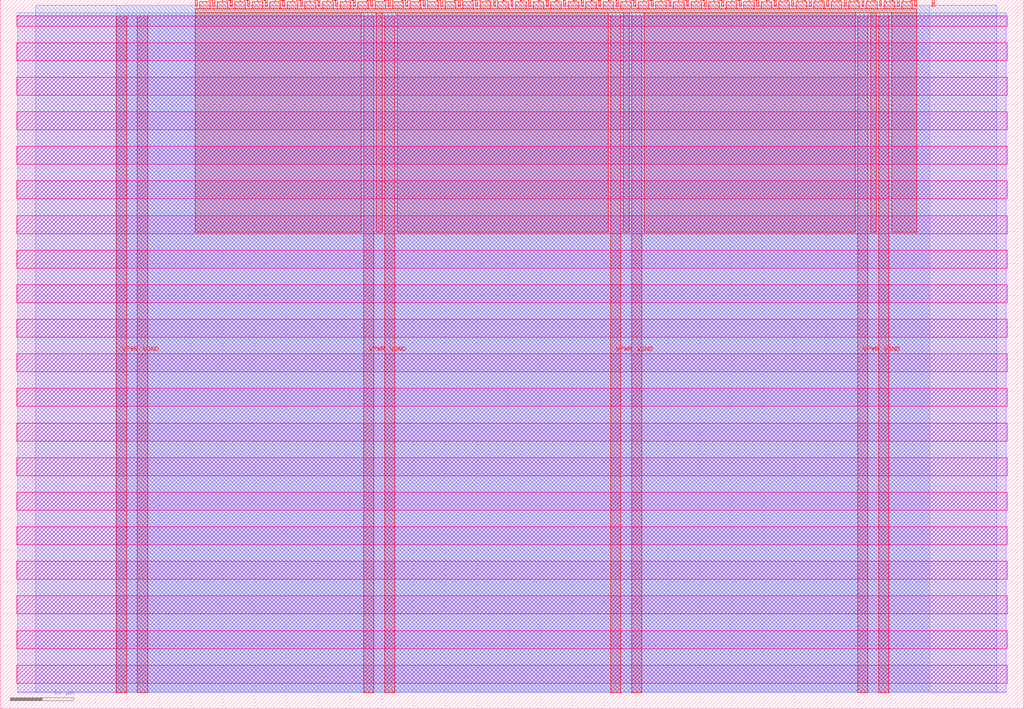
<source format=lef>
VERSION 5.7 ;
  NOWIREEXTENSIONATPIN ON ;
  DIVIDERCHAR "/" ;
  BUSBITCHARS "[]" ;
MACRO tt_um_samuelm_pwm_generator
  CLASS BLOCK ;
  FOREIGN tt_um_samuelm_pwm_generator ;
  ORIGIN 0.000 0.000 ;
  SIZE 161.000 BY 111.520 ;
  PIN VGND
    DIRECTION INOUT ;
    USE GROUND ;
    PORT
      LAYER met4 ;
        RECT 21.580 2.480 23.180 109.040 ;
    END
    PORT
      LAYER met4 ;
        RECT 60.450 2.480 62.050 109.040 ;
    END
    PORT
      LAYER met4 ;
        RECT 99.320 2.480 100.920 109.040 ;
    END
    PORT
      LAYER met4 ;
        RECT 138.190 2.480 139.790 109.040 ;
    END
  END VGND
  PIN VPWR
    DIRECTION INOUT ;
    USE POWER ;
    PORT
      LAYER met4 ;
        RECT 18.280 2.480 19.880 109.040 ;
    END
    PORT
      LAYER met4 ;
        RECT 57.150 2.480 58.750 109.040 ;
    END
    PORT
      LAYER met4 ;
        RECT 96.020 2.480 97.620 109.040 ;
    END
    PORT
      LAYER met4 ;
        RECT 134.890 2.480 136.490 109.040 ;
    END
  END VPWR
  PIN clk
    DIRECTION INPUT ;
    USE SIGNAL ;
    ANTENNAGATEAREA 0.852000 ;
    PORT
      LAYER met4 ;
        RECT 143.830 110.520 144.130 111.520 ;
    END
  END clk
  PIN ena
    DIRECTION INPUT ;
    USE SIGNAL ;
    PORT
      LAYER met4 ;
        RECT 146.590 110.520 146.890 111.520 ;
    END
  END ena
  PIN rst_n
    DIRECTION INPUT ;
    USE SIGNAL ;
    ANTENNAGATEAREA 0.196500 ;
    PORT
      LAYER met4 ;
        RECT 141.070 110.520 141.370 111.520 ;
    END
  END rst_n
  PIN ui_in[0]
    DIRECTION INPUT ;
    USE SIGNAL ;
    ANTENNAGATEAREA 0.196500 ;
    PORT
      LAYER met4 ;
        RECT 138.310 110.520 138.610 111.520 ;
    END
  END ui_in[0]
  PIN ui_in[1]
    DIRECTION INPUT ;
    USE SIGNAL ;
    ANTENNAGATEAREA 0.196500 ;
    PORT
      LAYER met4 ;
        RECT 135.550 110.520 135.850 111.520 ;
    END
  END ui_in[1]
  PIN ui_in[2]
    DIRECTION INPUT ;
    USE SIGNAL ;
    ANTENNAGATEAREA 0.196500 ;
    PORT
      LAYER met4 ;
        RECT 132.790 110.520 133.090 111.520 ;
    END
  END ui_in[2]
  PIN ui_in[3]
    DIRECTION INPUT ;
    USE SIGNAL ;
    ANTENNAGATEAREA 0.196500 ;
    PORT
      LAYER met4 ;
        RECT 130.030 110.520 130.330 111.520 ;
    END
  END ui_in[3]
  PIN ui_in[4]
    DIRECTION INPUT ;
    USE SIGNAL ;
    ANTENNAGATEAREA 0.196500 ;
    PORT
      LAYER met4 ;
        RECT 127.270 110.520 127.570 111.520 ;
    END
  END ui_in[4]
  PIN ui_in[5]
    DIRECTION INPUT ;
    USE SIGNAL ;
    ANTENNAGATEAREA 0.196500 ;
    PORT
      LAYER met4 ;
        RECT 124.510 110.520 124.810 111.520 ;
    END
  END ui_in[5]
  PIN ui_in[6]
    DIRECTION INPUT ;
    USE SIGNAL ;
    ANTENNAGATEAREA 0.196500 ;
    PORT
      LAYER met4 ;
        RECT 121.750 110.520 122.050 111.520 ;
    END
  END ui_in[6]
  PIN ui_in[7]
    DIRECTION INPUT ;
    USE SIGNAL ;
    ANTENNAGATEAREA 0.196500 ;
    PORT
      LAYER met4 ;
        RECT 118.990 110.520 119.290 111.520 ;
    END
  END ui_in[7]
  PIN uio_in[0]
    DIRECTION INPUT ;
    USE SIGNAL ;
    ANTENNAGATEAREA 0.196500 ;
    PORT
      LAYER met4 ;
        RECT 116.230 110.520 116.530 111.520 ;
    END
  END uio_in[0]
  PIN uio_in[1]
    DIRECTION INPUT ;
    USE SIGNAL ;
    ANTENNAGATEAREA 0.196500 ;
    PORT
      LAYER met4 ;
        RECT 113.470 110.520 113.770 111.520 ;
    END
  END uio_in[1]
  PIN uio_in[2]
    DIRECTION INPUT ;
    USE SIGNAL ;
    ANTENNAGATEAREA 0.196500 ;
    PORT
      LAYER met4 ;
        RECT 110.710 110.520 111.010 111.520 ;
    END
  END uio_in[2]
  PIN uio_in[3]
    DIRECTION INPUT ;
    USE SIGNAL ;
    ANTENNAGATEAREA 0.196500 ;
    PORT
      LAYER met4 ;
        RECT 107.950 110.520 108.250 111.520 ;
    END
  END uio_in[3]
  PIN uio_in[4]
    DIRECTION INPUT ;
    USE SIGNAL ;
    PORT
      LAYER met4 ;
        RECT 105.190 110.520 105.490 111.520 ;
    END
  END uio_in[4]
  PIN uio_in[5]
    DIRECTION INPUT ;
    USE SIGNAL ;
    ANTENNAGATEAREA 0.196500 ;
    PORT
      LAYER met4 ;
        RECT 102.430 110.520 102.730 111.520 ;
    END
  END uio_in[5]
  PIN uio_in[6]
    DIRECTION INPUT ;
    USE SIGNAL ;
    ANTENNAGATEAREA 0.196500 ;
    PORT
      LAYER met4 ;
        RECT 99.670 110.520 99.970 111.520 ;
    END
  END uio_in[6]
  PIN uio_in[7]
    DIRECTION INPUT ;
    USE SIGNAL ;
    ANTENNAGATEAREA 0.196500 ;
    PORT
      LAYER met4 ;
        RECT 96.910 110.520 97.210 111.520 ;
    END
  END uio_in[7]
  PIN uio_oe[0]
    DIRECTION OUTPUT ;
    USE SIGNAL ;
    ANTENNADIFFAREA 0.445500 ;
    PORT
      LAYER met4 ;
        RECT 49.990 110.520 50.290 111.520 ;
    END
  END uio_oe[0]
  PIN uio_oe[1]
    DIRECTION OUTPUT ;
    USE SIGNAL ;
    ANTENNADIFFAREA 0.445500 ;
    PORT
      LAYER met4 ;
        RECT 47.230 110.520 47.530 111.520 ;
    END
  END uio_oe[1]
  PIN uio_oe[2]
    DIRECTION OUTPUT ;
    USE SIGNAL ;
    ANTENNADIFFAREA 0.445500 ;
    PORT
      LAYER met4 ;
        RECT 44.470 110.520 44.770 111.520 ;
    END
  END uio_oe[2]
  PIN uio_oe[3]
    DIRECTION OUTPUT ;
    USE SIGNAL ;
    ANTENNADIFFAREA 0.445500 ;
    PORT
      LAYER met4 ;
        RECT 41.710 110.520 42.010 111.520 ;
    END
  END uio_oe[3]
  PIN uio_oe[4]
    DIRECTION OUTPUT ;
    USE SIGNAL ;
    ANTENNADIFFAREA 0.445500 ;
    PORT
      LAYER met4 ;
        RECT 38.950 110.520 39.250 111.520 ;
    END
  END uio_oe[4]
  PIN uio_oe[5]
    DIRECTION OUTPUT ;
    USE SIGNAL ;
    ANTENNADIFFAREA 0.445500 ;
    PORT
      LAYER met4 ;
        RECT 36.190 110.520 36.490 111.520 ;
    END
  END uio_oe[5]
  PIN uio_oe[6]
    DIRECTION OUTPUT ;
    USE SIGNAL ;
    ANTENNADIFFAREA 0.445500 ;
    PORT
      LAYER met4 ;
        RECT 33.430 110.520 33.730 111.520 ;
    END
  END uio_oe[6]
  PIN uio_oe[7]
    DIRECTION OUTPUT ;
    USE SIGNAL ;
    ANTENNADIFFAREA 0.445500 ;
    PORT
      LAYER met4 ;
        RECT 30.670 110.520 30.970 111.520 ;
    END
  END uio_oe[7]
  PIN uio_out[0]
    DIRECTION OUTPUT ;
    USE SIGNAL ;
    ANTENNADIFFAREA 0.445500 ;
    PORT
      LAYER met4 ;
        RECT 72.070 110.520 72.370 111.520 ;
    END
  END uio_out[0]
  PIN uio_out[1]
    DIRECTION OUTPUT ;
    USE SIGNAL ;
    ANTENNADIFFAREA 0.445500 ;
    PORT
      LAYER met4 ;
        RECT 69.310 110.520 69.610 111.520 ;
    END
  END uio_out[1]
  PIN uio_out[2]
    DIRECTION OUTPUT ;
    USE SIGNAL ;
    ANTENNADIFFAREA 0.445500 ;
    PORT
      LAYER met4 ;
        RECT 66.550 110.520 66.850 111.520 ;
    END
  END uio_out[2]
  PIN uio_out[3]
    DIRECTION OUTPUT ;
    USE SIGNAL ;
    ANTENNADIFFAREA 0.445500 ;
    PORT
      LAYER met4 ;
        RECT 63.790 110.520 64.090 111.520 ;
    END
  END uio_out[3]
  PIN uio_out[4]
    DIRECTION OUTPUT ;
    USE SIGNAL ;
    ANTENNADIFFAREA 0.445500 ;
    PORT
      LAYER met4 ;
        RECT 61.030 110.520 61.330 111.520 ;
    END
  END uio_out[4]
  PIN uio_out[5]
    DIRECTION OUTPUT ;
    USE SIGNAL ;
    ANTENNADIFFAREA 0.445500 ;
    PORT
      LAYER met4 ;
        RECT 58.270 110.520 58.570 111.520 ;
    END
  END uio_out[5]
  PIN uio_out[6]
    DIRECTION OUTPUT ;
    USE SIGNAL ;
    ANTENNADIFFAREA 0.445500 ;
    PORT
      LAYER met4 ;
        RECT 55.510 110.520 55.810 111.520 ;
    END
  END uio_out[6]
  PIN uio_out[7]
    DIRECTION OUTPUT ;
    USE SIGNAL ;
    ANTENNADIFFAREA 0.445500 ;
    PORT
      LAYER met4 ;
        RECT 52.750 110.520 53.050 111.520 ;
    END
  END uio_out[7]
  PIN uo_out[0]
    DIRECTION OUTPUT ;
    USE SIGNAL ;
    ANTENNADIFFAREA 0.795200 ;
    PORT
      LAYER met4 ;
        RECT 94.150 110.520 94.450 111.520 ;
    END
  END uo_out[0]
  PIN uo_out[1]
    DIRECTION OUTPUT ;
    USE SIGNAL ;
    ANTENNADIFFAREA 0.445500 ;
    PORT
      LAYER met4 ;
        RECT 91.390 110.520 91.690 111.520 ;
    END
  END uo_out[1]
  PIN uo_out[2]
    DIRECTION OUTPUT ;
    USE SIGNAL ;
    ANTENNADIFFAREA 0.445500 ;
    PORT
      LAYER met4 ;
        RECT 88.630 110.520 88.930 111.520 ;
    END
  END uo_out[2]
  PIN uo_out[3]
    DIRECTION OUTPUT ;
    USE SIGNAL ;
    ANTENNADIFFAREA 0.445500 ;
    PORT
      LAYER met4 ;
        RECT 85.870 110.520 86.170 111.520 ;
    END
  END uo_out[3]
  PIN uo_out[4]
    DIRECTION OUTPUT ;
    USE SIGNAL ;
    ANTENNADIFFAREA 0.445500 ;
    PORT
      LAYER met4 ;
        RECT 83.110 110.520 83.410 111.520 ;
    END
  END uo_out[4]
  PIN uo_out[5]
    DIRECTION OUTPUT ;
    USE SIGNAL ;
    ANTENNADIFFAREA 0.445500 ;
    PORT
      LAYER met4 ;
        RECT 80.350 110.520 80.650 111.520 ;
    END
  END uo_out[5]
  PIN uo_out[6]
    DIRECTION OUTPUT ;
    USE SIGNAL ;
    ANTENNADIFFAREA 0.445500 ;
    PORT
      LAYER met4 ;
        RECT 77.590 110.520 77.890 111.520 ;
    END
  END uo_out[6]
  PIN uo_out[7]
    DIRECTION OUTPUT ;
    USE SIGNAL ;
    ANTENNADIFFAREA 0.445500 ;
    PORT
      LAYER met4 ;
        RECT 74.830 110.520 75.130 111.520 ;
    END
  END uo_out[7]
  OBS
      LAYER nwell ;
        RECT 2.570 107.385 158.430 108.990 ;
        RECT 2.570 101.945 158.430 104.775 ;
        RECT 2.570 96.505 158.430 99.335 ;
        RECT 2.570 91.065 158.430 93.895 ;
        RECT 2.570 85.625 158.430 88.455 ;
        RECT 2.570 80.185 158.430 83.015 ;
        RECT 2.570 74.745 158.430 77.575 ;
        RECT 2.570 69.305 158.430 72.135 ;
        RECT 2.570 63.865 158.430 66.695 ;
        RECT 2.570 58.425 158.430 61.255 ;
        RECT 2.570 52.985 158.430 55.815 ;
        RECT 2.570 47.545 158.430 50.375 ;
        RECT 2.570 42.105 158.430 44.935 ;
        RECT 2.570 36.665 158.430 39.495 ;
        RECT 2.570 31.225 158.430 34.055 ;
        RECT 2.570 25.785 158.430 28.615 ;
        RECT 2.570 20.345 158.430 23.175 ;
        RECT 2.570 14.905 158.430 17.735 ;
        RECT 2.570 9.465 158.430 12.295 ;
        RECT 2.570 4.025 158.430 6.855 ;
      LAYER li1 ;
        RECT 2.760 2.635 158.240 108.885 ;
      LAYER met1 ;
        RECT 2.760 2.480 158.240 109.440 ;
      LAYER met2 ;
        RECT 5.620 2.535 156.760 110.685 ;
      LAYER met3 ;
        RECT 18.290 2.555 146.215 110.665 ;
      LAYER met4 ;
        RECT 31.370 110.120 33.030 111.170 ;
        RECT 34.130 110.120 35.790 111.170 ;
        RECT 36.890 110.120 38.550 111.170 ;
        RECT 39.650 110.120 41.310 111.170 ;
        RECT 42.410 110.120 44.070 111.170 ;
        RECT 45.170 110.120 46.830 111.170 ;
        RECT 47.930 110.120 49.590 111.170 ;
        RECT 50.690 110.120 52.350 111.170 ;
        RECT 53.450 110.120 55.110 111.170 ;
        RECT 56.210 110.120 57.870 111.170 ;
        RECT 58.970 110.120 60.630 111.170 ;
        RECT 61.730 110.120 63.390 111.170 ;
        RECT 64.490 110.120 66.150 111.170 ;
        RECT 67.250 110.120 68.910 111.170 ;
        RECT 70.010 110.120 71.670 111.170 ;
        RECT 72.770 110.120 74.430 111.170 ;
        RECT 75.530 110.120 77.190 111.170 ;
        RECT 78.290 110.120 79.950 111.170 ;
        RECT 81.050 110.120 82.710 111.170 ;
        RECT 83.810 110.120 85.470 111.170 ;
        RECT 86.570 110.120 88.230 111.170 ;
        RECT 89.330 110.120 90.990 111.170 ;
        RECT 92.090 110.120 93.750 111.170 ;
        RECT 94.850 110.120 96.510 111.170 ;
        RECT 97.610 110.120 99.270 111.170 ;
        RECT 100.370 110.120 102.030 111.170 ;
        RECT 103.130 110.120 104.790 111.170 ;
        RECT 105.890 110.120 107.550 111.170 ;
        RECT 108.650 110.120 110.310 111.170 ;
        RECT 111.410 110.120 113.070 111.170 ;
        RECT 114.170 110.120 115.830 111.170 ;
        RECT 116.930 110.120 118.590 111.170 ;
        RECT 119.690 110.120 121.350 111.170 ;
        RECT 122.450 110.120 124.110 111.170 ;
        RECT 125.210 110.120 126.870 111.170 ;
        RECT 127.970 110.120 129.630 111.170 ;
        RECT 130.730 110.120 132.390 111.170 ;
        RECT 133.490 110.120 135.150 111.170 ;
        RECT 136.250 110.120 137.910 111.170 ;
        RECT 139.010 110.120 140.670 111.170 ;
        RECT 141.770 110.120 143.430 111.170 ;
        RECT 30.655 109.440 144.145 110.120 ;
        RECT 30.655 74.975 56.750 109.440 ;
        RECT 59.150 74.975 60.050 109.440 ;
        RECT 62.450 74.975 95.620 109.440 ;
        RECT 98.020 74.975 98.920 109.440 ;
        RECT 101.320 74.975 134.490 109.440 ;
        RECT 136.890 74.975 137.790 109.440 ;
        RECT 140.190 74.975 144.145 109.440 ;
  END
END tt_um_samuelm_pwm_generator
END LIBRARY


</source>
